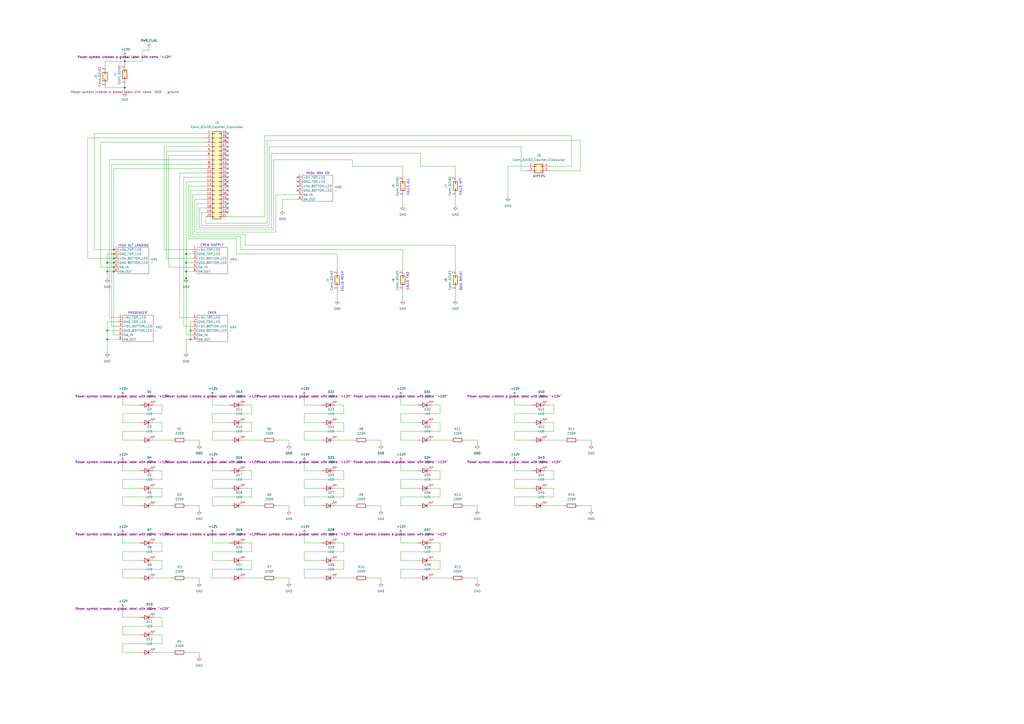
<source format=kicad_sch>
(kicad_sch (version 20250114) (generator "eeschema") (generator_version "9.0")
  (paper "A2")
  (text "MASK MAN ON" (at 184.404 100.584 0) (effects (font (size 1.27 1.27))))
  (text "PASSENGER\n" (at 79.756 181.61 0) (effects (font (size 1.27 1.27))))
  (text "CALLS AFT" (at 267.208 108.458 90) (effects (font (size 1.27 1.27))))
  (text "CALLS MECH" (at 198.628 163.322 90) (effects (font (size 1.27 1.27))))
  (text "CALLS FWD" (at 236.474 163.068 90) (effects (font (size 1.27 1.27))))
  (text "CREW SUPPLY" (at 122.936 142.24 0) (effects (font (size 1.27 1.27))))
  (text "HIGH ALT LANDING" (at 77.47 142.494 0) (effects (font (size 1.27 1.27))))
  (text "WIPERS" (at 312.674 102.362 0) (effects (font (size 1.27 1.27))))
  (text "CALLS ALL" (at 236.728 108.458 90) (effects (font (size 1.27 1.27))))
  (text "EMER" (at 122.936 181.61 0) (effects (font (size 1.27 1.27))))
  (text "RAIN RPLNT" (at 267.462 163.068 90) (effects (font (size 1.27 1.27))))
  (junction (at 66.04 149.86))
  (junction (at 72.39 50.8))
  (junction (at 110.49 191.77))
  (junction (at 107.95 161.29))
  (junction (at 66.04 157.48))
  (junction (at 66.04 152.4))
  (junction (at 107.95 152.4))
  (junction (at 62.23 157.48))
  (junction (at 62.23 191.77))
  (junction (at 66.04 144.78))
  (junction (at 62.23 152.4))
  (junction (at 66.04 147.32))
  (junction (at 72.39 35.56))
  (junction (at 107.95 157.48))
  (junction (at 110.49 196.85))
  (junction (at 66.04 154.94))
  (junction (at 107.95 147.32))
  (junction (at 62.23 196.85))
  (no_connect (at 132.08 105.41))
  (no_connect (at 132.08 90.17))
  (no_connect (at 132.08 123.19))
  (no_connect (at 132.08 87.63))
  (no_connect (at 132.08 80.01))
  (no_connect (at 132.08 85.09))
  (no_connect (at 172.72 107.95))
  (no_connect (at 132.08 100.33))
  (no_connect (at 132.08 120.65))
  (no_connect (at 172.72 110.49))
  (no_connect (at 132.08 115.57))
  (no_connect (at 132.08 107.95))
  (no_connect (at 132.08 110.49))
  (no_connect (at 132.08 95.25))
  (no_connect (at 132.08 102.87))
  (no_connect (at 132.08 82.55))
  (no_connect (at 132.08 97.79))
  (no_connect (at 132.08 92.71))
  (no_connect (at 172.72 105.41))
  (no_connect (at 132.08 77.47))
  (no_connect (at 132.08 118.11))
  (no_connect (at 172.72 102.87))
  (no_connect (at 132.08 113.03))
  (wire (pts (xy 232.41 283.21) (xy 232.41 278.13)))
  (wire (pts (xy 88.9 255.27) (xy 100.33 255.27)))
  (wire (pts (xy 115.57 132.08) (xy 157.48 132.08)))
  (wire (pts (xy 233.68 144.78) (xy 139.7 144.78)))
  (wire (pts (xy 186.69 293.37) (xy 176.53 293.37)))
  (wire (pts (xy 93.98 314.96) (xy 88.9 314.96)))
  (wire (pts (xy 243.84 88.9) (xy 243.84 96.52)))
  (wire (pts (xy 115.57 120.65) (xy 115.57 132.08)))
  (wire (pts (xy 146.05 240.03) (xy 146.05 234.95)))
  (wire (pts (xy 71.12 353.06) (xy 71.12 358.14)))
  (wire (pts (xy 153.67 78.74) (xy 331.47 78.74)))
  (wire (pts (xy 232.41 314.96) (xy 242.57 314.96)))
  (wire (pts (xy 119.38 120.65) (xy 115.57 120.65)))
  (wire (pts (xy 110.49 191.77) (xy 111.76 191.77)))
  (wire (pts (xy 107.95 255.27) (xy 115.57 255.27)))
  (wire (pts (xy 123.19 255.27) (xy 123.19 250.19)))
  (wire (pts (xy 298.45 283.21) (xy 298.45 278.13)))
  (wire (pts (xy 318.77 96.52) (xy 331.47 96.52)))
  (wire (pts (xy 269.24 293.37) (xy 276.86 293.37)))
  (wire (pts (xy 139.7 137.16) (xy 110.49 137.16)))
  (wire (pts (xy 107.95 335.28) (xy 115.57 335.28)))
  (wire (pts (xy 106.68 189.23) (xy 106.68 102.87)))
  (wire (pts (xy 66.04 144.78) (xy 66.04 97.79)))
  (wire (pts (xy 176.53 325.12) (xy 176.53 320.04)))
  (wire (pts (xy 81.28 378.46) (xy 71.12 378.46)))
  (wire (pts (xy 111.76 135.89) (xy 111.76 113.03)))
  (wire (pts (xy 298.45 250.19) (xy 321.31 250.19)))
  (wire (pts (xy 298.45 234.95) (xy 308.61 234.95)))
  (wire (pts (xy 50.8 80.01) (xy 119.38 80.01)))
  (wire (pts (xy 308.61 255.27) (xy 298.45 255.27)))
  (wire (pts (xy 123.19 320.04) (xy 146.05 320.04)))
  (wire (pts (xy 95.25 144.78) (xy 95.25 85.09)))
  (wire (pts (xy 298.45 240.03) (xy 321.31 240.03)))
  (wire (pts (xy 107.95 105.41) (xy 119.38 105.41)))
  (wire (pts (xy 331.47 78.74) (xy 331.47 96.52)))
  (wire (pts (xy 255.27 330.2) (xy 255.27 325.12)))
  (wire (pts (xy 195.58 147.32) (xy 195.58 156.21)))
  (wire (pts (xy 62.23 152.4) (xy 62.23 147.32)))
  (wire (pts (xy 60.96 38.1) (xy 60.96 35.56)))
  (wire (pts (xy 294.64 114.3) (xy 294.64 96.52)))
  (wire (pts (xy 255.27 288.29) (xy 255.27 283.21)))
  (wire (pts (xy 71.12 330.2) (xy 93.98 330.2)))
  (wire (pts (xy 199.39 245.11) (xy 194.31 245.11)))
  (wire (pts (xy 107.95 293.37) (xy 115.57 293.37)))
  (wire (pts (xy 68.58 184.15) (xy 63.5 184.15)))
  (wire (pts (xy 82.55 29.21) (xy 86.36 29.21)))
  (wire (pts (xy 93.98 368.3) (xy 88.9 368.3)))
  (wire (pts (xy 115.57 335.28) (xy 115.57 337.82)))
  (wire (pts (xy 199.39 240.03) (xy 199.39 234.95)))
  (wire (pts (xy 176.53 283.21) (xy 176.53 278.13)))
  (wire (pts (xy 60.96 50.8) (xy 72.39 50.8)))
  (wire (pts (xy 123.19 288.29) (xy 146.05 288.29)))
  (wire (pts (xy 66.04 154.94) (xy 58.42 154.94)))
  (wire (pts (xy 298.45 255.27) (xy 298.45 250.19)))
  (wire (pts (xy 154.94 81.28) (xy 336.55 81.28)))
  (wire (pts (xy 58.42 82.55) (xy 119.38 82.55)))
  (wire (pts (xy 68.58 189.23) (xy 64.77 189.23)))
  (wire (pts (xy 302.26 99.06) (xy 306.07 99.06)))
  (wire (pts (xy 119.38 129.54) (xy 154.94 129.54)))
  (wire (pts (xy 342.9 255.27) (xy 342.9 257.81)))
  (wire (pts (xy 111.76 154.94) (xy 97.79 154.94)))
  (wire (pts (xy 137.16 138.43) (xy 137.16 147.32)))
  (wire (pts (xy 167.64 255.27) (xy 167.64 257.81)))
  (wire (pts (xy 111.76 194.31) (xy 107.95 194.31)))
  (wire (pts (xy 264.16 142.24) (xy 142.24 142.24)))
  (wire (pts (xy 194.31 293.37) (xy 205.74 293.37)))
  (wire (pts (xy 204.47 92.71) (xy 204.47 96.52)))
  (wire (pts (xy 71.12 368.3) (xy 71.12 363.22)))
  (wire (pts (xy 233.68 168.91) (xy 233.68 173.99)))
  (wire (pts (xy 321.31 245.11) (xy 316.23 245.11)))
  (wire (pts (xy 213.36 293.37) (xy 220.98 293.37)))
  (wire (pts (xy 146.05 325.12) (xy 140.97 325.12)))
  (wire (pts (xy 157.48 132.08) (xy 157.48 88.9)))
  (wire (pts (xy 62.23 157.48) (xy 66.04 157.48)))
  (wire (pts (xy 111.76 149.86) (xy 96.52 149.86)))
  (wire (pts (xy 298.45 278.13) (xy 321.31 278.13)))
  (wire (pts (xy 176.53 229.87) (xy 176.53 234.95)))
  (wire (pts (xy 110.49 137.16) (xy 110.49 110.49)))
  (wire (pts (xy 255.27 278.13) (xy 255.27 273.05)))
  (wire (pts (xy 242.57 325.12) (xy 232.41 325.12)))
  (wire (pts (xy 110.49 191.77) (xy 110.49 186.69)))
  (wire (pts (xy 123.19 229.87) (xy 123.19 234.95)))
  (wire (pts (xy 66.04 147.32) (xy 66.04 144.78)))
  (wire (pts (xy 71.12 378.46) (xy 71.12 373.38)))
  (wire (pts (xy 146.05 245.11) (xy 140.97 245.11)))
  (wire (pts (xy 146.05 278.13) (xy 146.05 273.05)))
  (wire (pts (xy 132.08 125.73) (xy 153.67 125.73)))
  (wire (pts (xy 302.26 85.09) (xy 302.26 99.06)))
  (wire (pts (xy 109.22 138.43) (xy 137.16 138.43)))
  (wire (pts (xy 86.36 29.21) (xy 86.36 27.94)))
  (wire (pts (xy 160.02 113.03) (xy 172.72 113.03)))
  (wire (pts (xy 250.19 293.37) (xy 261.62 293.37)))
  (wire (pts (xy 133.35 283.21) (xy 123.19 283.21)))
  (wire (pts (xy 176.53 293.37) (xy 176.53 288.29)))
  (wire (pts (xy 62.23 191.77) (xy 68.58 191.77)))
  (wire (pts (xy 176.53 250.19) (xy 199.39 250.19)))
  (wire (pts (xy 186.69 245.11) (xy 176.53 245.11)))
  (wire (pts (xy 93.98 363.22) (xy 93.98 358.14)))
  (wire (pts (xy 321.31 234.95) (xy 316.23 234.95)))
  (wire (pts (xy 66.04 152.4) (xy 66.04 149.86)))
  (wire (pts (xy 111.76 144.78) (xy 95.25 144.78)))
  (wire (pts (xy 123.19 245.11) (xy 123.19 240.03)))
  (wire (pts (xy 242.57 255.27) (xy 232.41 255.27)))
  (wire (pts (xy 308.61 283.21) (xy 298.45 283.21)))
  (wire (pts (xy 160.02 134.62) (xy 160.02 113.03)))
  (wire (pts (xy 119.38 118.11) (xy 114.3 118.11)))
  (wire (pts (xy 71.12 293.37) (xy 71.12 288.29)))
  (wire (pts (xy 107.95 105.41) (xy 107.95 147.32)))
  (wire (pts (xy 115.57 378.46) (xy 115.57 381)))
  (wire (pts (xy 123.19 234.95) (xy 133.35 234.95)))
  (wire (pts (xy 232.41 240.03) (xy 255.27 240.03)))
  (wire (pts (xy 335.28 255.27) (xy 342.9 255.27)))
  (wire (pts (xy 176.53 234.95) (xy 186.69 234.95)))
  (wire (pts (xy 232.41 273.05) (xy 242.57 273.05)))
  (wire (pts (xy 97.79 90.17) (xy 119.38 90.17)))
  (wire (pts (xy 119.38 107.95) (xy 109.22 107.95)))
  (wire (pts (xy 176.53 255.27) (xy 176.53 250.19)))
  (wire (pts (xy 97.79 154.94) (xy 97.79 90.17)))
  (wire (pts (xy 153.67 125.73) (xy 153.67 78.74)))
  (wire (pts (xy 298.45 288.29) (xy 321.31 288.29)))
  (wire (pts (xy 62.23 196.85) (xy 62.23 191.77)))
  (wire (pts (xy 242.57 335.28) (xy 232.41 335.28)))
  (wire (pts (xy 160.02 293.37) (xy 167.64 293.37)))
  (wire (pts (xy 81.28 245.11) (xy 71.12 245.11)))
  (wire (pts (xy 335.28 293.37) (xy 342.9 293.37)))
  (wire (pts (xy 93.98 234.95) (xy 88.9 234.95)))
  (wire (pts (xy 232.41 234.95) (xy 242.57 234.95)))
  (wire (pts (xy 176.53 273.05) (xy 186.69 273.05)))
  (wire (pts (xy 81.28 283.21) (xy 71.12 283.21)))
  (wire (pts (xy 154.94 81.28) (xy 154.94 129.54)))
  (wire (pts (xy 133.35 255.27) (xy 123.19 255.27)))
  (wire (pts (xy 71.12 314.96) (xy 81.28 314.96)))
  (wire (pts (xy 264.16 168.91) (xy 264.16 173.99)))
  (wire (pts (xy 119.38 125.73) (xy 119.38 129.54)))
  (wire (pts (xy 123.19 330.2) (xy 146.05 330.2)))
  (wire (pts (xy 242.57 245.11) (xy 232.41 245.11)))
  (wire (pts (xy 66.04 149.86) (xy 66.04 147.32)))
  (wire (pts (xy 110.49 196.85) (xy 111.76 196.85)))
  (wire (pts (xy 250.19 335.28) (xy 261.62 335.28)))
  (wire (pts (xy 186.69 335.28) (xy 176.53 335.28)))
  (wire (pts (xy 71.12 245.11) (xy 71.12 240.03)))
  (wire (pts (xy 93.98 273.05) (xy 88.9 273.05)))
  (wire (pts (xy 71.12 234.95) (xy 81.28 234.95)))
  (wire (pts (xy 186.69 255.27) (xy 176.53 255.27)))
  (wire (pts (xy 264.16 101.6) (xy 264.16 96.52)))
  (wire (pts (xy 71.12 320.04) (xy 93.98 320.04)))
  (wire (pts (xy 316.23 293.37) (xy 327.66 293.37)))
  (wire (pts (xy 294.64 96.52) (xy 306.07 96.52)))
  (wire (pts (xy 123.19 335.28) (xy 123.19 330.2)))
  (wire (pts (xy 318.77 99.06) (xy 336.55 99.06)))
  (wire (pts (xy 321.31 250.19) (xy 321.31 245.11)))
  (wire (pts (xy 163.83 115.57) (xy 163.83 121.92)))
  (wire (pts (xy 106.68 102.87) (xy 119.38 102.87)))
  (wire (pts (xy 111.76 113.03) (xy 119.38 113.03)))
  (wire (pts (xy 68.58 194.31) (xy 66.04 194.31)))
  (wire (pts (xy 176.53 309.88) (xy 176.53 314.96)))
  (wire (pts (xy 114.3 118.11) (xy 114.3 133.35)))
  (wire (pts (xy 133.35 293.37) (xy 123.19 293.37)))
  (wire (pts (xy 176.53 245.11) (xy 176.53 240.03)))
  (wire (pts (xy 93.98 288.29) (xy 93.98 283.21)))
  (wire (pts (xy 133.35 245.11) (xy 123.19 245.11)))
  (wire (pts (xy 71.12 240.03) (xy 93.98 240.03)))
  (wire (pts (xy 146.05 273.05) (xy 140.97 273.05)))
  (wire (pts (xy 71.12 255.27) (xy 71.12 250.19)))
  (wire (pts (xy 71.12 358.14) (xy 81.28 358.14)))
  (wire (pts (xy 66.04 149.86) (xy 50.8 149.86)))
  (wire (pts (xy 199.39 283.21) (xy 194.31 283.21)))
  (wire (pts (xy 298.45 229.87) (xy 298.45 234.95)))
  (wire (pts (xy 233.68 96.52) (xy 204.47 96.52)))
  (wire (pts (xy 157.48 88.9) (xy 243.84 88.9)))
  (wire (pts (xy 142.24 135.89) (xy 111.76 135.89)))
  (wire (pts (xy 176.53 278.13) (xy 199.39 278.13)))
  (wire (pts (xy 62.23 161.29) (xy 62.23 157.48)))
  (wire (pts (xy 232.41 278.13) (xy 255.27 278.13)))
  (wire (pts (xy 194.31 255.27) (xy 205.74 255.27)))
  (wire (pts (xy 276.86 293.37) (xy 276.86 295.91)))
  (wire (pts (xy 116.84 123.19) (xy 116.84 130.81)))
  (wire (pts (xy 176.53 240.03) (xy 199.39 240.03)))
  (wire (pts (xy 176.53 267.97) (xy 176.53 273.05)))
  (wire (pts (xy 232.41 335.28) (xy 232.41 330.2)))
  (wire (pts (xy 72.39 49.53) (xy 72.39 50.8)))
  (wire (pts (xy 62.23 191.77) (xy 62.23 186.69)))
  (wire (pts (xy 81.28 255.27) (xy 71.12 255.27)))
  (wire (pts (xy 255.27 245.11) (xy 250.19 245.11)))
  (wire (pts (xy 107.95 157.48) (xy 107.95 152.4)))
  (wire (pts (xy 160.02 255.27) (xy 167.64 255.27)))
  (wire (pts (xy 64.77 95.25) (xy 119.38 95.25)))
  (wire (pts (xy 107.95 157.48) (xy 111.76 157.48)))
  (wire (pts (xy 63.5 92.71) (xy 119.38 92.71)))
  (wire (pts (xy 96.52 149.86) (xy 96.52 87.63)))
  (wire (pts (xy 232.41 330.2) (xy 255.27 330.2)))
  (wire (pts (xy 233.68 114.3) (xy 233.68 119.38)))
  (wire (pts (xy 110.49 196.85) (xy 110.49 191.77)))
  (wire (pts (xy 195.58 147.32) (xy 137.16 147.32)))
  (wire (pts (xy 119.38 115.57) (xy 113.03 115.57)))
  (wire (pts (xy 140.97 335.28) (xy 152.4 335.28)))
  (wire (pts (xy 199.39 314.96) (xy 194.31 314.96)))
  (wire (pts (xy 316.23 255.27) (xy 327.66 255.27)))
  (wire (pts (xy 176.53 335.28) (xy 176.53 330.2)))
  (wire (pts (xy 250.19 255.27) (xy 261.62 255.27)))
  (wire (pts (xy 123.19 240.03) (xy 146.05 240.03)))
  (wire (pts (xy 321.31 278.13) (xy 321.31 273.05)))
  (wire (pts (xy 66.04 194.31) (xy 66.04 157.48)))
  (wire (pts (xy 146.05 250.19) (xy 146.05 245.11)))
  (wire (pts (xy 176.53 288.29) (xy 199.39 288.29)))
  (wire (pts (xy 82.55 35.56) (xy 82.55 29.21)))
  (wire (pts (xy 123.19 273.05) (xy 133.35 273.05)))
  (wire (pts (xy 66.04 144.78) (xy 54.61 144.78)))
  (wire (pts (xy 93.98 320.04) (xy 93.98 314.96)))
  (wire (pts (xy 88.9 378.46) (xy 100.33 378.46)))
  (wire (pts (xy 81.28 368.3) (xy 71.12 368.3)))
  (wire (pts (xy 321.31 240.03) (xy 321.31 234.95)))
  (wire (pts (xy 255.27 273.05) (xy 250.19 273.05)))
  (wire (pts (xy 298.45 273.05) (xy 308.61 273.05)))
  (wire (pts (xy 167.64 293.37) (xy 167.64 295.91)))
  (wire (pts (xy 133.35 325.12) (xy 123.19 325.12)))
  (wire (pts (xy 62.23 196.85) (xy 68.58 196.85)))
  (wire (pts (xy 123.19 283.21) (xy 123.19 278.13)))
  (wire (pts (xy 93.98 283.21) (xy 88.9 283.21)))
  (wire (pts (xy 186.69 283.21) (xy 176.53 283.21)))
  (wire (pts (xy 114.3 133.35) (xy 158.75 133.35)))
  (wire (pts (xy 264.16 142.24) (xy 264.16 156.21)))
  (wire (pts (xy 195.58 168.91) (xy 195.58 173.99)))
  (wire (pts (xy 194.31 335.28) (xy 205.74 335.28)))
  (wire (pts (xy 232.41 293.37) (xy 232.41 288.29)))
  (wire (pts (xy 233.68 156.21) (xy 233.68 144.78)))
  (wire (pts (xy 264.16 114.3) (xy 264.16 119.38)))
  (wire (pts (xy 167.64 335.28) (xy 167.64 337.82)))
  (wire (pts (xy 93.98 325.12) (xy 88.9 325.12)))
  (wire (pts (xy 158.75 133.35) (xy 158.75 92.71)))
  (wire (pts (xy 276.86 255.27) (xy 276.86 257.81)))
  (wire (pts (xy 298.45 293.37) (xy 298.45 288.29)))
  (wire (pts (xy 142.24 135.89) (xy 142.24 142.24)))
  (wire (pts (xy 186.69 325.12) (xy 176.53 325.12)))
  (wire (pts (xy 123.19 325.12) (xy 123.19 320.04)))
  (wire (pts (xy 104.14 184.15) (xy 104.14 100.33)))
  (wire (pts (xy 113.03 115.57) (xy 113.03 134.62)))
  (wire (pts (xy 213.36 255.27) (xy 220.98 255.27)))
  (wire (pts (xy 95.25 85.09) (xy 119.38 85.09)))
  (wire (pts (xy 81.28 325.12) (xy 71.12 325.12)))
  (wire (pts (xy 146.05 314.96) (xy 140.97 314.96)))
  (wire (pts (xy 115.57 255.27) (xy 115.57 257.81)))
  (wire (pts (xy 158.75 92.71) (xy 204.47 92.71)))
  (wire (pts (xy 107.95 161.29) (xy 107.95 194.31)))
  (wire (pts (xy 199.39 273.05) (xy 194.31 273.05)))
  (wire (pts (xy 72.39 50.8) (xy 72.39 53.34)))
  (wire (pts (xy 107.95 196.85) (xy 110.49 196.85)))
  (wire (pts (xy 110.49 110.49) (xy 119.38 110.49)))
  (wire (pts (xy 96.52 87.63) (xy 119.38 87.63)))
  (wire (pts (xy 233.68 101.6) (xy 233.68 96.52)))
  (wire (pts (xy 93.98 240.03) (xy 93.98 234.95)))
  (wire (pts (xy 62.23 186.69) (xy 68.58 186.69)))
  (wire (pts (xy 163.83 115.57) (xy 172.72 115.57)))
  (wire (pts (xy 62.23 152.4) (xy 66.04 152.4)))
  (wire (pts (xy 321.31 273.05) (xy 316.23 273.05)))
  (wire (pts (xy 123.19 314.96) (xy 133.35 314.96)))
  (wire (pts (xy 93.98 245.11) (xy 88.9 245.11)))
  (wire (pts (xy 107.95 147.32) (xy 111.76 147.32)))
  (wire (pts (xy 232.41 320.04) (xy 255.27 320.04)))
  (wire (pts (xy 71.12 335.28) (xy 71.12 330.2)))
  (wire (pts (xy 104.14 100.33) (xy 119.38 100.33)))
  (wire (pts (xy 88.9 293.37) (xy 100.33 293.37)))
  (wire (pts (xy 81.28 335.28) (xy 71.12 335.28)))
  (wire (pts (xy 119.38 123.19) (xy 116.84 123.19)))
  (wire (pts (xy 81.28 293.37) (xy 71.12 293.37)))
  (wire (pts (xy 242.57 293.37) (xy 232.41 293.37)))
  (wire (pts (xy 71.12 273.05) (xy 81.28 273.05)))
  (wire (pts (xy 60.96 35.56) (xy 72.39 35.56)))
  (wire (pts (xy 321.31 283.21) (xy 316.23 283.21)))
  (wire (pts (xy 232.41 288.29) (xy 255.27 288.29)))
  (wire (pts (xy 160.02 335.28) (xy 167.64 335.28)))
  (wire (pts (xy 66.04 157.48) (xy 66.04 154.94)))
  (wire (pts (xy 199.39 250.19) (xy 199.39 245.11)))
  (wire (pts (xy 276.86 335.28) (xy 276.86 337.82)))
  (wire (pts (xy 66.04 97.79) (xy 119.38 97.79)))
  (wire (pts (xy 123.19 250.19) (xy 146.05 250.19)))
  (wire (pts (xy 88.9 335.28) (xy 100.33 335.28)))
  (wire (pts (xy 255.27 234.95) (xy 250.19 234.95)))
  (wire (pts (xy 255.27 250.19) (xy 255.27 245.11)))
  (wire (pts (xy 123.19 309.88) (xy 123.19 314.96)))
  (wire (pts (xy 308.61 293.37) (xy 298.45 293.37)))
  (wire (pts (xy 93.98 373.38) (xy 93.98 368.3)))
  (wire (pts (xy 50.8 149.86) (xy 50.8 80.01)))
  (wire (pts (xy 269.24 255.27) (xy 276.86 255.27)))
  (wire (pts (xy 298.45 267.97) (xy 298.45 273.05)))
  (wire (pts (xy 336.55 81.28) (xy 336.55 99.06)))
  (wire (pts (xy 199.39 320.04) (xy 199.39 314.96)))
  (wire (pts (xy 58.42 154.94) (xy 58.42 82.55)))
  (wire (pts (xy 111.76 189.23) (xy 106.68 189.23)))
  (wire (pts (xy 146.05 283.21) (xy 140.97 283.21)))
  (wire (pts (xy 269.24 335.28) (xy 276.86 335.28)))
  (wire (pts (xy 71.12 229.87) (xy 71.12 234.95)))
  (wire (pts (xy 308.61 245.11) (xy 298.45 245.11)))
  (wire (pts (xy 199.39 288.29) (xy 199.39 283.21)))
  (wire (pts (xy 176.53 320.04) (xy 199.39 320.04)))
  (wire (pts (xy 199.39 325.12) (xy 194.31 325.12)))
  (wire (pts (xy 146.05 330.2) (xy 146.05 325.12)))
  (wire (pts (xy 232.41 250.19) (xy 255.27 250.19)))
  (wire (pts (xy 72.39 35.56) (xy 72.39 36.83)))
  (wire (pts (xy 220.98 293.37) (xy 220.98 295.91)))
  (wire (pts (xy 107.95 204.47) (xy 107.95 196.85)))
  (wire (pts (xy 54.61 77.47) (xy 119.38 77.47)))
  (wire (pts (xy 123.19 293.37) (xy 123.19 288.29)))
  (wire (pts (xy 139.7 137.16) (xy 139.7 144.78)))
  (wire (pts (xy 71.12 250.19) (xy 93.98 250.19)))
  (wire (pts (xy 146.05 234.95) (xy 140.97 234.95)))
  (wire (pts (xy 298.45 245.11) (xy 298.45 240.03)))
  (wire (pts (xy 264.16 96.52) (xy 243.84 96.52)))
  (wire (pts (xy 72.39 35.56) (xy 82.55 35.56)))
  (wire (pts (xy 242.57 283.21) (xy 232.41 283.21)))
  (wire (pts (xy 71.12 363.22) (xy 93.98 363.22)))
  (wire (pts (xy 71.12 288.29) (xy 93.98 288.29)))
  (wire (pts (xy 232.41 325.12) (xy 232.41 320.04)))
  (wire (pts (xy 321.31 288.29) (xy 321.31 283.21)))
  (wire (pts (xy 107.95 157.48) (xy 107.95 161.29)))
  (wire (pts (xy 111.76 184.15) (xy 104.14 184.15)))
  (wire (pts (xy 62.23 147.32) (xy 66.04 147.32)))
  (wire (pts (xy 113.03 134.62) (xy 160.02 134.62)))
  (wire (pts (xy 123.19 278.13) (xy 146.05 278.13)))
  (wire (pts (xy 62.23 157.48) (xy 62.23 152.4)))
  (wire (pts (xy 199.39 278.13) (xy 199.39 273.05)))
  (wire (pts (xy 93.98 250.19) (xy 93.98 245.11)))
  (wire (pts (xy 110.49 186.69) (xy 111.76 186.69)))
  (wire (pts (xy 133.35 335.28) (xy 123.19 335.28)))
  (wire (pts (xy 255.27 320.04) (xy 255.27 314.96)))
  (wire (pts (xy 176.53 314.96) (xy 186.69 314.96)))
  (wire (pts (xy 64.77 189.23) (xy 64.77 95.25)))
  (wire (pts (xy 232.41 229.87) (xy 232.41 234.95)))
  (wire (pts (xy 107.95 147.32) (xy 107.95 152.4)))
  (wire (pts (xy 116.84 130.81) (xy 156.21 130.81)))
  (wire (pts (xy 342.9 293.37) (xy 342.9 295.91)))
  (wire (pts (xy 71.12 309.88) (xy 71.12 314.96)))
  (wire (pts (xy 232.41 255.27) (xy 232.41 250.19)))
  (wire (pts (xy 109.22 107.95) (xy 109.22 138.43)))
  (wire (pts (xy 232.41 267.97) (xy 232.41 273.05)))
  (wire (pts (xy 63.5 184.15) (xy 63.5 92.71)))
  (wire (pts (xy 156.21 85.09) (xy 302.26 85.09)))
  (wire (pts (xy 232.41 245.11) (xy 232.41 240.03)))
  (wire (pts (xy 62.23 204.47) (xy 62.23 196.85)))
  (wire (pts (xy 176.53 330.2) (xy 199.39 330.2)))
  (wire (pts (xy 220.98 335.28) (xy 220.98 337.82)))
  (wire (pts (xy 71.12 283.21) (xy 71.12 278.13)))
  (wire (pts (xy 123.19 267.97) (xy 123.19 273.05)))
  (wire (pts (xy 107.95 378.46) (xy 115.57 378.46)))
  (wire (pts (xy 255.27 314.96) (xy 250.19 314.96)))
  (wire (pts (xy 146.05 320.04) (xy 146.05 314.96)))
  (wire (pts (xy 93.98 330.2) (xy 93.98 325.12)))
  (wire (pts (xy 140.97 293.37) (xy 152.4 293.37)))
  (wire (pts (xy 213.36 335.28) (xy 220.98 335.28)))
  (wire (pts (xy 156.21 130.81) (xy 156.21 85.09)))
  (wire (pts (xy 93.98 278.13) (xy 93.98 273.05)))
  (wire (pts (xy 115.57 293.37) (xy 115.57 295.91)))
  (wire (pts (xy 146.05 288.29) (xy 146.05 283.21)))
  (wire (pts (xy 72.39 33.02) (xy 72.39 35.56)))
  (wire (pts (xy 199.39 330.2) (xy 199.39 325.12)))
  (wire (pts (xy 107.95 152.4) (xy 111.76 152.4)))
  (wire (pts (xy 71.12 278.13) (xy 93.98 278.13)))
  (wire (pts (xy 54.61 144.78) (xy 54.61 77.47)))
  (wire (pts (xy 199.39 234.95) (xy 194.31 234.95)))
  (wire (pts (xy 232.41 309.88) (xy 232.41 314.96)))
  (wire (pts (xy 93.98 358.14) (xy 88.9 358.14)))
  (wire (pts (xy 220.98 255.27) (xy 220.98 257.81)))
  (wire (pts (xy 255.27 325.12) (xy 250.19 325.12)))
  (wire (pts (xy 71.12 373.38) (xy 93.98 373.38)))
  (wire (pts (xy 71.12 325.12) (xy 71.12 320.04)))
  (wire (pts (xy 71.12 267.97) (xy 71.12 273.05)))
  (wire (pts (xy 66.04 154.94) (xy 66.04 152.4)))
  (wire (pts (xy 140.97 255.27) (xy 152.4 255.27)))
  (wire (pts (xy 255.27 240.03) (xy 255.27 234.95)))
  (wire (pts (xy 255.27 283.21) (xy 250.19 283.21)))
  (symbol (lib_id "Connector_Generic:Conn_02x01") (at 72.39 44.45 90) (unit 1)
    (property "Reference" "J1" (at 66.8782 43.18 0))
    (property "Value" "Conn_02x01" (at 69.1896 43.18 0))
    (property "Footprint" "TerminalBlock:TerminalBlock_bornier-2_P5.08mm" (effects (hide yes)))
    (property "Description" "Generic connector, double row, 02x01, this symbol is compatible with counter-clockwise, top-bottom and odd-even numbering schemes., script generated (kicad-library-utils/schlib/autogen/connector/)" (effects (hide yes)))
  )
  (symbol (lib_id "power:GND") (at 72.39 53.34 0) (unit 1)
    (property "Reference" "#PWR08" (effects (hide yes)))
    (property "Value" "GND" (at 72.517 57.7342 0))
    (property "Description" "Power symbol creates a global label with name \"GND\" , ground" (at 72.39 53.34 0))
  )
  (symbol (lib_id "power:+12V") (at 72.39 33.02 0) (unit 1)
    (property "Reference" "#PWR07" (effects (hide yes)))
    (property "Value" "+12V" (at 72.771 28.6258 0))
    (property "Description" "Power symbol creates a global label with name \"+12V\"" (at 72.39 33.02 0))
  )
  (symbol (lib_id "power:PWR_FLAG") (at 86.36 27.94 0) (unit 1)
    (property "Reference" "#FLG01" (effects (hide yes)))
    (property "Value" "PWR_FLAG" (at 86.36 23.5458 0))
  )
  (symbol (lib_id "power:+12V") (at 232.41 309.88 0) (unit 1)
    (property "Reference" "#PWR031" (effects (hide yes)))
    (property "Value" "+12V" (at 232.791 305.4858 0))
    (property "Description" "Power symbol creates a global label with name \"+12V\"" (at 232.41 309.88 0))
  )
  (symbol (lib_id "Device:R") (at 209.55 335.28 90) (unit 1)
    (property "Reference" "R10" (at 209.55 328.93 90))
    (property "Value" "220R" (at 209.55 331.47 90))
    (property "Footprint" "Resistor_SMD:R_1206_3216Metric_Pad1.30x1.75mm_HandSolder" (effects (hide yes)))
    (property "Description" "Resistor" (effects (hide yes)))
  )
  (symbol (lib_id "power:+12V") (at 123.19 229.87 0) (unit 1)
    (property "Reference" "#PWR015" (effects (hide yes)))
    (property "Value" "+12V" (at 123.571 225.4758 0))
    (property "Description" "Power symbol creates a global label with name \"+12V\"" (at 123.19 229.87 0))
  )
  (symbol (lib_id "Device:LED") (at 137.16 325.12 180) (unit 1)
    (property "Reference" "D20" (at 138.7475 317.5 0))
    (property "Value" "LED" (at 138.7475 320.04 0))
    (property "Footprint" "OpenA3XX:LED_Everlight-SMD3528_3.5x2.8mm_67-21ST" (effects (hide yes)))
    (property "Description" "Light emitting diode" (effects (hide yes)))
    (property "Sim.Pins" "1=K 2=A" (effects (hide yes)))
  )
  (symbol (lib_id "Device:R") (at 104.14 378.46 90) (unit 1)
    (property "Reference" "R4" (at 104.14 372.11 90))
    (property "Value" "220R" (at 104.14 374.65 90))
    (property "Footprint" "Resistor_SMD:R_1206_3216Metric_Pad1.30x1.75mm_HandSolder" (effects (hide yes)))
    (property "Description" "Resistor" (effects (hide yes)))
  )
  (symbol (lib_id "Device:LED") (at 85.09 283.21 180) (unit 1)
    (property "Reference" "D5" (at 86.6775 275.59 0))
    (property "Value" "LED" (at 86.6775 278.13 0))
    (property "Footprint" "OpenA3XX:LED_Everlight-SMD3528_3.5x2.8mm_67-21ST" (effects (hide yes)))
    (property "Description" "Light emitting diode" (effects (hide yes)))
    (property "Sim.Pins" "1=K 2=A" (effects (hide yes)))
  )
  (symbol (lib_id "Device:LED") (at 246.38 255.27 180) (unit 1)
    (property "Reference" "D33" (at 247.9675 247.65 0))
    (property "Value" "LED" (at 247.9675 250.19 0))
    (property "Footprint" "OpenA3XX:LED_Everlight-SMD3528_3.5x2.8mm_67-21ST" (effects (hide yes)))
    (property "Description" "Light emitting diode" (effects (hide yes)))
    (property "Sim.Pins" "1=K 2=A" (effects (hide yes)))
  )
  (symbol (lib_id "Device:LED") (at 85.09 293.37 180) (unit 1)
    (property "Reference" "D6" (at 86.6775 285.75 0))
    (property "Value" "LED" (at 86.6775 288.29 0))
    (property "Footprint" "OpenA3XX:LED_Everlight-SMD3528_3.5x2.8mm_67-21ST" (effects (hide yes)))
    (property "Description" "Light emitting diode" (effects (hide yes)))
    (property "Sim.Pins" "1=K 2=A" (effects (hide yes)))
  )
  (symbol (lib_id "Device:LED") (at 190.5 245.11 180) (unit 1)
    (property "Reference" "D23" (at 192.0875 237.49 0))
    (property "Value" "LED" (at 192.0875 240.03 0))
    (property "Footprint" "OpenA3XX:LED_Everlight-SMD3528_3.5x2.8mm_67-21ST" (effects (hide yes)))
    (property "Description" "Light emitting diode" (effects (hide yes)))
    (property "Sim.Pins" "1=K 2=A" (effects (hide yes)))
  )
  (symbol (lib_id "Device:R") (at 104.14 255.27 90) (unit 1)
    (property "Reference" "R1" (at 104.14 248.92 90))
    (property "Value" "220R" (at 104.14 251.46 90))
    (property "Footprint" "Resistor_SMD:R_1206_3216Metric_Pad1.30x1.75mm_HandSolder" (effects (hide yes)))
    (property "Description" "Resistor" (effects (hide yes)))
  )
  (symbol (lib_id "Device:LED") (at 246.38 245.11 180) (unit 1)
    (property "Reference" "D32" (at 247.9675 237.49 0))
    (property "Value" "LED" (at 247.9675 240.03 0))
    (property "Footprint" "OpenA3XX:LED_Everlight-SMD3528_3.5x2.8mm_67-21ST" (effects (hide yes)))
    (property "Description" "Light emitting diode" (effects (hide yes)))
    (property "Sim.Pins" "1=K 2=A" (effects (hide yes)))
  )
  (symbol (lib_id "power:GND") (at 342.9 295.91 0) (unit 1)
    (property "Reference" "#PWR044" (effects (hide yes)))
    (property "Value" "GND" (at 342.9 300.99 0))
    (property "Description" "Power symbol creates a global label with name \"GND\" , ground" (effects (hide yes)))
  )
  (symbol (lib_id "power:GND") (at 294.64 114.3 0) (unit 1)
    (property "Reference" "#PWR039" (effects (hide yes)))
    (property "Value" "GND" (at 294.64 119.38 0))
    (property "Description" "Power symbol creates a global label with name \"GND\" , ground" (effects (hide yes)))
  )
  (symbol (lib_id "Device:R") (at 265.43 293.37 90) (unit 1)
    (property "Reference" "R12" (at 265.43 287.02 90))
    (property "Value" "220R" (at 265.43 289.56 90))
    (property "Footprint" "Resistor_SMD:R_1206_3216Metric_Pad1.30x1.75mm_HandSolder" (effects (hide yes)))
    (property "Description" "Resistor" (effects (hide yes)))
  )
  (symbol (lib_id "Device:LED") (at 190.5 325.12 180) (unit 1)
    (property "Reference" "D29" (at 192.0875 317.5 0))
    (property "Value" "LED" (at 192.0875 320.04 0))
    (property "Footprint" "OpenA3XX:LED_Everlight-SMD3528_3.5x2.8mm_67-21ST" (effects (hide yes)))
    (property "Description" "Light emitting diode" (effects (hide yes)))
    (property "Sim.Pins" "1=K 2=A" (effects (hide yes)))
  )
  (symbol (lib_id "Connector_Generic:Conn_02x01") (at 264.16 163.83 90) (unit 1)
    (property "Reference" "J8" (at 258.6482 162.56 0))
    (property "Value" "Conn_02x01" (at 260.9596 162.56 0))
    (property "Footprint" "Connector_PinHeader_2.54mm:PinHeader_1x02_P2.54mm_Vertical" (effects (hide yes)))
    (property "Description" "Generic connector, double row, 02x01, this symbol is compatible with counter-clockwise, top-bottom and odd-even numbering schemes., script generated (kicad-library-utils/schlib/autogen/connector/)" (effects (hide yes)))
  )
  (symbol (lib_id "power:+12V") (at 232.41 229.87 0) (unit 1)
    (property "Reference" "#PWR029" (effects (hide yes)))
    (property "Value" "+12V" (at 232.791 225.4758 0))
    (property "Description" "Power symbol creates a global label with name \"+12V\"" (at 232.41 229.87 0))
  )
  (symbol (lib_id "KorrySwitch:Korry_Switch") (at 121.92 181.61 0) (unit 1)
    (property "Reference" "KR4" (at 133.35 189.8649 0) (effects (justify left)))
    (property "Value" "~" (at 133.35 191.77 0) (effects (justify left)))
    (property "Footprint" "OpenA3XX:Korry Switch" (effects (hide yes)))
  )
  (symbol (lib_id "Connector_Generic:Conn_02x02_Counter_Clockwise") (at 311.15 96.52 0) (unit 1)
    (property "Reference" "J9" (at 312.42 90.17 0))
    (property "Value" "Conn_02x02_Counter_Clockwise" (at 312.42 92.71 0))
    (property "Footprint" "Connector_PinHeader_2.54mm:PinHeader_1x04_P2.54mm_Vertical" (effects (hide yes)))
    (property "Description" "Generic connector, double row, 02x02, counter clockwise pin numbering scheme (similar to DIP package numbering), script generated (kicad-library-utils/schlib/autogen/connector/)" (effects (hide yes)))
  )
  (symbol (lib_id "power:GND") (at 220.98 295.91 0) (unit 1)
    (property "Reference" "#PWR027" (effects (hide yes)))
    (property "Value" "GND" (at 220.98 300.99 0))
    (property "Description" "Power symbol creates a global label with name \"GND\" , ground" (effects (hide yes)))
  )
  (symbol (lib_id "Device:LED") (at 85.09 325.12 180) (unit 1)
    (property "Reference" "D8" (at 86.6775 317.5 0))
    (property "Value" "LED" (at 86.6775 320.04 0))
    (property "Footprint" "OpenA3XX:LED_Everlight-SMD3528_3.5x2.8mm_67-21ST" (effects (hide yes)))
    (property "Description" "Light emitting diode" (effects (hide yes)))
    (property "Sim.Pins" "1=K 2=A" (effects (hide yes)))
  )
  (symbol (lib_id "power:+12V") (at 176.53 309.88 0) (unit 1)
    (property "Reference" "#PWR023" (effects (hide yes)))
    (property "Value" "+12V" (at 176.911 305.4858 0))
    (property "Description" "Power symbol creates a global label with name \"+12V\"" (at 176.53 309.88 0))
  )
  (symbol (lib_id "Device:LED") (at 312.42 293.37 180) (unit 1)
    (property "Reference" "D45" (at 314.0075 285.75 0))
    (property "Value" "LED" (at 314.0075 288.29 0))
    (property "Footprint" "OpenA3XX:LED_Everlight-SMD3528_3.5x2.8mm_67-21ST" (effects (hide yes)))
    (property "Description" "Light emitting diode" (effects (hide yes)))
    (property "Sim.Pins" "1=K 2=A" (effects (hide yes)))
  )
  (symbol (lib_id "Device:LED") (at 190.5 293.37 180) (unit 1)
    (property "Reference" "D27" (at 192.0875 285.75 0))
    (property "Value" "LED" (at 192.0875 288.29 0))
    (property "Footprint" "OpenA3XX:LED_Everlight-SMD3528_3.5x2.8mm_67-21ST" (effects (hide yes)))
    (property "Description" "Light emitting diode" (effects (hide yes)))
    (property "Sim.Pins" "1=K 2=A" (effects (hide yes)))
  )
  (symbol (lib_id "Device:LED") (at 190.5 255.27 180) (unit 1)
    (property "Reference" "D24" (at 192.0875 247.65 0))
    (property "Value" "LED" (at 192.0875 250.19 0))
    (property "Footprint" "OpenA3XX:LED_Everlight-SMD3528_3.5x2.8mm_67-21ST" (effects (hide yes)))
    (property "Description" "Light emitting diode" (effects (hide yes)))
    (property "Sim.Pins" "1=K 2=A" (effects (hide yes)))
  )
  (symbol (lib_id "Connector_Generic:Conn_02x01") (at 233.68 109.22 90) (unit 1)
    (property "Reference" "J5" (at 228.1682 107.95 0))
    (property "Value" "Conn_02x01" (at 230.4796 107.95 0))
    (property "Footprint" "Connector_PinHeader_2.54mm:PinHeader_1x02_P2.54mm_Vertical" (effects (hide yes)))
    (property "Description" "Generic connector, double row, 02x01, this symbol is compatible with counter-clockwise, top-bottom and odd-even numbering schemes., script generated (kicad-library-utils/schlib/autogen/connector/)" (effects (hide yes)))
  )
  (symbol (lib_id "power:+12V") (at 298.45 229.87 0) (unit 1)
    (property "Reference" "#PWR040" (effects (hide yes)))
    (property "Value" "+12V" (at 298.831 225.4758 0))
    (property "Description" "Power symbol creates a global label with name \"+12V\"" (at 298.45 229.87 0))
  )
  (symbol (lib_id "Device:LED") (at 137.16 234.95 180) (unit 1)
    (property "Reference" "D13" (at 138.7475 227.33 0))
    (property "Value" "LED" (at 138.7475 229.87 0))
    (property "Footprint" "OpenA3XX:LED_Everlight-SMD3528_3.5x2.8mm_67-21ST" (effects (hide yes)))
    (property "Description" "Light emitting diode" (effects (hide yes)))
    (property "Sim.Pins" "1=K 2=A" (effects (hide yes)))
  )
  (symbol (lib_id "power:GND") (at 115.57 295.91 0) (unit 1)
    (property "Reference" "#PWR012" (effects (hide yes)))
    (property "Value" "GND" (at 115.57 300.99 0))
    (property "Description" "Power symbol creates a global label with name \"GND\" , ground" (effects (hide yes)))
  )
  (symbol (lib_id "power:GND") (at 264.16 119.38 0) (unit 1)
    (property "Reference" "#PWR034" (effects (hide yes)))
    (property "Value" "GND" (at 264.16 124.46 0))
    (property "Description" "Power symbol creates a global label with name \"GND\" , ground" (effects (hide yes)))
  )
  (symbol (lib_id "power:GND") (at 264.16 173.99 0) (unit 1)
    (property "Reference" "#PWR035" (effects (hide yes)))
    (property "Value" "GND" (at 264.16 179.07 0))
    (property "Description" "Power symbol creates a global label with name \"GND\" , ground" (effects (hide yes)))
  )
  (symbol (lib_id "Device:R") (at 331.47 255.27 90) (unit 1)
    (property "Reference" "R14" (at 331.47 248.92 90))
    (property "Value" "220R" (at 331.47 251.46 90))
    (property "Footprint" "Resistor_SMD:R_1206_3216Metric_Pad1.30x1.75mm_HandSolder" (effects (hide yes)))
    (property "Description" "Resistor" (effects (hide yes)))
  )
  (symbol (lib_id "KorrySwitch:Korry_Switch") (at 182.88 100.33 0) (unit 1)
    (property "Reference" "KR5" (at 194.31 108.5849 0) (effects (justify left)))
    (property "Value" "~" (at 194.31 110.49 0) (effects (justify left)))
    (property "Footprint" "OpenA3XX:Korry Switch" (effects (hide yes)))
  )
  (symbol (lib_id "power:+12V") (at 298.45 267.97 0) (unit 1)
    (property "Reference" "#PWR041" (effects (hide yes)))
    (property "Value" "+12V" (at 298.831 263.5758 0))
    (property "Description" "Power symbol creates a global label with name \"+12V\"" (at 298.45 267.97 0))
  )
  (symbol (lib_id "Connector_Generic:Conn_02x01") (at 233.68 163.83 90) (unit 1)
    (property "Reference" "J6" (at 228.1682 162.56 0))
    (property "Value" "Conn_02x01" (at 230.4796 162.56 0))
    (property "Footprint" "Connector_PinHeader_2.54mm:PinHeader_1x02_P2.54mm_Vertical" (effects (hide yes)))
    (property "Description" "Generic connector, double row, 02x01, this symbol is compatible with counter-clockwise, top-bottom and odd-even numbering schemes., script generated (kicad-library-utils/schlib/autogen/connector/)" (effects (hide yes)))
  )
  (symbol (lib_id "power:GND") (at 163.83 121.92 0) (unit 1)
    (property "Reference" "#PWR024" (effects (hide yes)))
    (property "Value" "GND" (at 163.83 127 0))
    (property "Description" "Power symbol creates a global label with name \"GND\" , ground" (effects (hide yes)))
  )
  (symbol (lib_id "Connector_Generic:Conn_02x20_Counter_Clockwise") (at 124.46 100.33 0) (unit 1)
    (property "Reference" "J3" (at 125.73 71.12 0))
    (property "Value" "Conn_02x20_Counter_Clockwise" (at 125.73 73.66 0))
    (property "Footprint" "Connector_PinHeader_2.54mm:PinHeader_2x20_P2.54mm_Vertical" (effects (hide yes)))
    (property "Description" "Generic connector, double row, 02x20, counter clockwise pin numbering scheme (similar to DIP package numbering), script generated (kicad-library-utils/schlib/autogen/connector/)" (effects (hide yes)))
  )
  (symbol (lib_id "Device:LED") (at 190.5 273.05 180) (unit 1)
    (property "Reference" "D25" (at 192.0875 265.43 0))
    (property "Value" "LED" (at 192.0875 267.97 0))
    (property "Footprint" "OpenA3XX:LED_Everlight-SMD3528_3.5x2.8mm_67-21ST" (effects (hide yes)))
    (property "Description" "Light emitting diode" (effects (hide yes)))
    (property "Sim.Pins" "1=K 2=A" (effects (hide yes)))
  )
  (symbol (lib_id "Device:R") (at 265.43 255.27 90) (unit 1)
    (property "Reference" "R11" (at 265.43 248.92 90))
    (property "Value" "220R" (at 265.43 251.46 90))
    (property "Footprint" "Resistor_SMD:R_1206_3216Metric_Pad1.30x1.75mm_HandSolder" (effects (hide yes)))
    (property "Description" "Resistor" (effects (hide yes)))
  )
  (symbol (lib_id "power:+12V") (at 176.53 229.87 0) (unit 1)
    (property "Reference" "#PWR021" (effects (hide yes)))
    (property "Value" "+12V" (at 176.911 225.4758 0))
    (property "Description" "Power symbol creates a global label with name \"+12V\"" (at 176.53 229.87 0))
  )
  (symbol (lib_id "power:GND") (at 342.9 257.81 0) (unit 1)
    (property "Reference" "#PWR043" (effects (hide yes)))
    (property "Value" "GND" (at 342.9 262.89 0))
    (property "Description" "Power symbol creates a global label with name \"GND\" , ground" (effects (hide yes)))
  )
  (symbol (lib_id "Device:LED") (at 190.5 335.28 180) (unit 1)
    (property "Reference" "D30" (at 192.0875 327.66 0))
    (property "Value" "LED" (at 192.0875 330.2 0))
    (property "Footprint" "OpenA3XX:LED_Everlight-SMD3528_3.5x2.8mm_67-21ST" (effects (hide yes)))
    (property "Description" "Light emitting diode" (effects (hide yes)))
    (property "Sim.Pins" "1=K 2=A" (effects (hide yes)))
  )
  (symbol (lib_id "Device:R") (at 104.14 293.37 90) (unit 1)
    (property "Reference" "R2" (at 104.14 287.02 90))
    (property "Value" "220R" (at 104.14 289.56 90))
    (property "Footprint" "Resistor_SMD:R_1206_3216Metric_Pad1.30x1.75mm_HandSolder" (effects (hide yes)))
    (property "Description" "Resistor" (effects (hide yes)))
  )
  (symbol (lib_id "power:GND") (at 115.57 337.82 0) (unit 1)
    (property "Reference" "#PWR013" (effects (hide yes)))
    (property "Value" "GND" (at 115.57 342.9 0))
    (property "Description" "Power symbol creates a global label with name \"GND\" , ground" (effects (hide yes)))
  )
  (symbol (lib_id "Device:LED") (at 246.38 293.37 180) (unit 1)
    (property "Reference" "D36" (at 247.9675 285.75 0))
    (property "Value" "LED" (at 247.9675 288.29 0))
    (property "Footprint" "OpenA3XX:LED_Everlight-SMD3528_3.5x2.8mm_67-21ST" (effects (hide yes)))
    (property "Description" "Light emitting diode" (effects (hide yes)))
    (property "Sim.Pins" "1=K 2=A" (effects (hide yes)))
  )
  (symbol (lib_id "power:+12V") (at 123.19 267.97 0) (unit 1)
    (property "Reference" "#PWR016" (effects (hide yes)))
    (property "Value" "+12V" (at 123.571 263.5758 0))
    (property "Description" "Power symbol creates a global label with name \"+12V\"" (at 123.19 267.97 0))
  )
  (symbol (lib_id "power:+12V") (at 71.12 229.87 0) (unit 1)
    (property "Reference" "#PWR03" (effects (hide yes)))
    (property "Value" "+12V" (at 71.501 225.4758 0))
    (property "Description" "Power symbol creates a global label with name \"+12V\"" (at 71.12 229.87 0))
  )
  (symbol (lib_id "Device:LED") (at 137.16 255.27 180) (unit 1)
    (property "Reference" "D15" (at 138.7475 247.65 0))
    (property "Value" "LED" (at 138.7475 250.19 0))
    (property "Footprint" "OpenA3XX:LED_Everlight-SMD3528_3.5x2.8mm_67-21ST" (effects (hide yes)))
    (property "Description" "Light emitting diode" (effects (hide yes)))
    (property "Sim.Pins" "1=K 2=A" (effects (hide yes)))
  )
  (symbol (lib_id "power:GND") (at 115.57 257.81 0) (unit 1)
    (property "Reference" "#PWR011" (effects (hide yes)))
    (property "Value" "GND" (at 115.57 262.89 0))
    (property "Description" "Power symbol creates a global label with name \"GND\" , ground" (effects (hide yes)))
  )
  (symbol (lib_id "Device:LED") (at 312.42 234.95 180) (unit 1)
    (property "Reference" "D40" (at 314.0075 227.33 0))
    (property "Value" "LED" (at 314.0075 229.87 0))
    (property "Footprint" "OpenA3XX:LED_Everlight-SMD3528_3.5x2.8mm_67-21ST" (effects (hide yes)))
    (property "Description" "Light emitting diode" (effects (hide yes)))
    (property "Sim.Pins" "1=K 2=A" (effects (hide yes)))
  )
  (symbol (lib_id "Device:LED") (at 312.42 255.27 180) (unit 1)
    (property "Reference" "D42" (at 314.0075 247.65 0))
    (property "Value" "LED" (at 314.0075 250.19 0))
    (property "Footprint" "OpenA3XX:LED_Everlight-SMD3528_3.5x2.8mm_67-21ST" (effects (hide yes)))
    (property "Description" "Light emitting diode" (effects (hide yes)))
    (property "Sim.Pins" "1=K 2=A" (effects (hide yes)))
  )
  (symbol (lib_id "power:GND") (at 107.95 161.29 0) (unit 1)
    (property "Reference" "#PWR09" (effects (hide yes)))
    (property "Value" "GND" (at 107.95 166.37 0))
    (property "Description" "Power symbol creates a global label with name \"GND\" , ground" (effects (hide yes)))
  )
  (symbol (lib_id "Device:R") (at 209.55 255.27 90) (unit 1)
    (property "Reference" "R8" (at 209.55 248.92 90))
    (property "Value" "220R" (at 209.55 251.46 90))
    (property "Footprint" "Resistor_SMD:R_1206_3216Metric_Pad1.30x1.75mm_HandSolder" (effects (hide yes)))
    (property "Description" "Resistor" (effects (hide yes)))
  )
  (symbol (lib_id "power:+12V") (at 71.12 267.97 0) (unit 1)
    (property "Reference" "#PWR04" (effects (hide yes)))
    (property "Value" "+12V" (at 71.501 263.5758 0))
    (property "Description" "Power symbol creates a global label with name \"+12V\"" (at 71.12 267.97 0))
  )
  (symbol (lib_id "Device:LED") (at 246.38 234.95 180) (unit 1)
    (property "Reference" "D31" (at 247.9675 227.33 0))
    (property "Value" "LED" (at 247.9675 229.87 0))
    (property "Footprint" "OpenA3XX:LED_Everlight-SMD3528_3.5x2.8mm_67-21ST" (effects (hide yes)))
    (property "Description" "Light emitting diode" (effects (hide yes)))
    (property "Sim.Pins" "1=K 2=A" (effects (hide yes)))
  )
  (symbol (lib_id "Connector_Generic:Conn_02x01") (at 60.96 45.72 90) (unit 1)
    (property "Reference" "J2" (at 55.4482 44.45 0))
    (property "Value" "Conn_02x01" (at 57.7596 44.45 0))
    (property "Footprint" "TerminalBlock:TerminalBlock_bornier-2_P5.08mm" (effects (hide yes)))
    (property "Description" "Generic connector, double row, 02x01, this symbol is compatible with counter-clockwise, top-bottom and odd-even numbering schemes., script generated (kicad-library-utils/schlib/autogen/connector/)" (effects (hide yes)))
  )
  (symbol (lib_id "Device:LED") (at 312.42 245.11 180) (unit 1)
    (property "Reference" "D41" (at 314.0075 237.49 0))
    (property "Value" "LED" (at 314.0075 240.03 0))
    (property "Footprint" "OpenA3XX:LED_Everlight-SMD3528_3.5x2.8mm_67-21ST" (effects (hide yes)))
    (property "Description" "Light emitting diode" (effects (hide yes)))
    (property "Sim.Pins" "1=K 2=A" (effects (hide yes)))
  )
  (symbol (lib_id "power:GND") (at 62.23 161.29 0) (unit 1)
    (property "Reference" "#PWR01" (effects (hide yes)))
    (property "Value" "GND" (at 62.23 166.37 0))
    (property "Description" "Power symbol creates a global label with name \"GND\" , ground" (effects (hide yes)))
  )
  (symbol (lib_id "Device:R") (at 104.14 335.28 90) (unit 1)
    (property "Reference" "R3" (at 104.14 328.93 90))
    (property "Value" "220R" (at 104.14 331.47 90))
    (property "Footprint" "Resistor_SMD:R_1206_3216Metric_Pad1.30x1.75mm_HandSolder" (effects (hide yes)))
    (property "Description" "Resistor" (effects (hide yes)))
  )
  (symbol (lib_id "Device:LED") (at 246.38 273.05 180) (unit 1)
    (property "Reference" "D34" (at 247.9675 265.43 0))
    (property "Value" "LED" (at 247.9675 267.97 0))
    (property "Footprint" "OpenA3XX:LED_Everlight-SMD3528_3.5x2.8mm_67-21ST" (effects (hide yes)))
    (property "Description" "Light emitting diode" (effects (hide yes)))
    (property "Sim.Pins" "1=K 2=A" (effects (hide yes)))
  )
  (symbol (lib_id "Device:LED") (at 85.09 378.46 180) (unit 1)
    (property "Reference" "D12" (at 86.6775 370.84 0))
    (property "Value" "LED" (at 86.6775 373.38 0))
    (property "Footprint" "OpenA3XX:LED_Everlight-SMD3528_3.5x2.8mm_67-21ST" (effects (hide yes)))
    (property "Description" "Light emitting diode" (effects (hide yes)))
    (property "Sim.Pins" "1=K 2=A" (effects (hide yes)))
  )
  (symbol (lib_id "Device:LED") (at 85.09 335.28 180) (unit 1)
    (property "Reference" "D9" (at 86.6775 327.66 0))
    (property "Value" "LED" (at 86.6775 330.2 0))
    (property "Footprint" "OpenA3XX:LED_Everlight-SMD3528_3.5x2.8mm_67-21ST" (effects (hide yes)))
    (property "Description" "Light emitting diode" (effects (hide yes)))
    (property "Sim.Pins" "1=K 2=A" (effects (hide yes)))
  )
  (symbol (lib_id "Device:R") (at 209.55 293.37 90) (unit 1)
    (property "Reference" "R9" (at 209.55 287.02 90))
    (property "Value" "220R" (at 209.55 289.56 90))
    (property "Footprint" "Resistor_SMD:R_1206_3216Metric_Pad1.30x1.75mm_HandSolder" (effects (hide yes)))
    (property "Description" "Resistor" (effects (hide yes)))
  )
  (symbol (lib_id "Device:LED") (at 246.38 314.96 180) (unit 1)
    (property "Reference" "D37" (at 247.9675 307.34 0))
    (property "Value" "LED" (at 247.9675 309.88 0))
    (property "Footprint" "OpenA3XX:LED_Everlight-SMD3528_3.5x2.8mm_67-21ST" (effects (hide yes)))
    (property "Description" "Light emitting diode" (effects (hide yes)))
    (property "Sim.Pins" "1=K 2=A" (effects (hide yes)))
  )
  (symbol (lib_id "power:+12V") (at 232.41 267.97 0) (unit 1)
    (property "Reference" "#PWR030" (effects (hide yes)))
    (property "Value" "+12V" (at 232.791 263.5758 0))
    (property "Description" "Power symbol creates a global label with name \"+12V\"" (at 232.41 267.97 0))
  )
  (symbol (lib_id "Device:LED") (at 190.5 234.95 180) (unit 1)
    (property "Reference" "D22" (at 192.0875 227.33 0))
    (property "Value" "LED" (at 192.0875 229.87 0))
    (property "Footprint" "OpenA3XX:LED_Everlight-SMD3528_3.5x2.8mm_67-21ST" (effects (hide yes)))
    (property "Description" "Light emitting diode" (effects (hide yes)))
    (property "Sim.Pins" "1=K 2=A" (effects (hide yes)))
  )
  (symbol (lib_id "Device:R") (at 156.21 293.37 90) (unit 1)
    (property "Reference" "R6" (at 156.21 287.02 90))
    (property "Value" "220R" (at 156.21 289.56 90))
    (property "Footprint" "Resistor_SMD:R_1206_3216Metric_Pad1.30x1.75mm_HandSolder" (effects (hide yes)))
    (property "Description" "Resistor" (effects (hide yes)))
  )
  (symbol (lib_id "power:+12V") (at 123.19 309.88 0) (unit 1)
    (property "Reference" "#PWR017" (effects (hide yes)))
    (property "Value" "+12V" (at 123.571 305.4858 0))
    (property "Description" "Power symbol creates a global label with name \"+12V\"" (at 123.19 309.88 0))
  )
  (symbol (lib_id "Device:LED") (at 190.5 283.21 180) (unit 1)
    (property "Reference" "D26" (at 192.0875 275.59 0))
    (property "Value" "LED" (at 192.0875 278.13 0))
    (property "Footprint" "OpenA3XX:LED_Everlight-SMD3528_3.5x2.8mm_67-21ST" (effects (hide yes)))
    (property "Description" "Light emitting diode" (effects (hide yes)))
    (property "Sim.Pins" "1=K 2=A" (effects (hide yes)))
  )
  (symbol (lib_id "Device:LED") (at 137.16 314.96 180) (unit 1)
    (property "Reference" "D19" (at 138.7475 307.34 0))
    (property "Value" "LED" (at 138.7475 309.88 0))
    (property "Footprint" "OpenA3XX:LED_Everlight-SMD3528_3.5x2.8mm_67-21ST" (effects (hide yes)))
    (property "Description" "Light emitting diode" (effects (hide yes)))
    (property "Sim.Pins" "1=K 2=A" (effects (hide yes)))
  )
  (symbol (lib_id "power:GND") (at 167.64 337.82 0) (unit 1)
    (property "Reference" "#PWR020" (effects (hide yes)))
    (property "Value" "GND" (at 167.64 342.9 0))
    (property "Description" "Power symbol creates a global label with name \"GND\" , ground" (effects (hide yes)))
  )
  (symbol (lib_id "Device:R") (at 331.47 293.37 90) (unit 1)
    (property "Reference" "R15" (at 331.47 287.02 90))
    (property "Value" "220R" (at 331.47 289.56 90))
    (property "Footprint" "Resistor_SMD:R_1206_3216Metric_Pad1.30x1.75mm_HandSolder" (effects (hide yes)))
    (property "Description" "Resistor" (effects (hide yes)))
  )
  (symbol (lib_id "Device:LED") (at 312.42 273.05 180) (unit 1)
    (property "Reference" "D43" (at 314.0075 265.43 0))
    (property "Value" "LED" (at 314.0075 267.97 0))
    (property "Footprint" "OpenA3XX:LED_Everlight-SMD3528_3.5x2.8mm_67-21ST" (effects (hide yes)))
    (property "Description" "Light emitting diode" (effects (hide yes)))
    (property "Sim.Pins" "1=K 2=A" (effects (hide yes)))
  )
  (symbol (lib_id "Device:LED") (at 85.09 234.95 180) (unit 1)
    (property "Reference" "D1" (at 86.6775 227.33 0))
    (property "Value" "LED" (at 86.6775 229.87 0))
    (property "Footprint" "OpenA3XX:LED_Everlight-SMD3528_3.5x2.8mm_67-21ST" (effects (hide yes)))
    (property "Description" "Light emitting diode" (effects (hide yes)))
    (property "Sim.Pins" "1=K 2=A" (effects (hide yes)))
  )
  (symbol (lib_id "Device:LED") (at 85.09 245.11 180) (unit 1)
    (property "Reference" "D2" (at 86.6775 237.49 0))
    (property "Value" "LED" (at 86.6775 240.03 0))
    (property "Footprint" "OpenA3XX:LED_Everlight-SMD3528_3.5x2.8mm_67-21ST" (effects (hide yes)))
    (property "Description" "Light emitting diode" (effects (hide yes)))
    (property "Sim.Pins" "1=K 2=A" (effects (hide yes)))
  )
  (symbol (lib_id "power:+12V") (at 71.12 353.06 0) (unit 1)
    (property "Reference" "#PWR06" (effects (hide yes)))
    (property "Value" "+12V" (at 71.501 348.6658 0))
    (property "Description" "Power symbol creates a global label with name \"+12V\"" (at 71.12 353.06 0))
  )
  (symbol (lib_id "KorrySwitch:Korry_Switch") (at 121.92 142.24 0) (unit 1)
    (property "Reference" "KR3" (at 133.35 150.4949 0) (effects (justify left)))
    (property "Value" "~" (at 133.35 152.4 0) (effects (justify left)))
    (property "Footprint" "OpenA3XX:Korry Switch" (effects (hide yes)))
  )
  (symbol (lib_id "Device:LED") (at 85.09 273.05 180) (unit 1)
    (property "Reference" "D4" (at 86.6775 265.43 0))
    (property "Value" "LED" (at 86.6775 267.97 0))
    (property "Footprint" "OpenA3XX:LED_Everlight-SMD3528_3.5x2.8mm_67-21ST" (effects (hide yes)))
    (property "Description" "Light emitting diode" (effects (hide yes)))
    (property "Sim.Pins" "1=K 2=A" (effects (hide yes)))
  )
  (symbol (lib_id "Device:LED") (at 137.16 283.21 180) (unit 1)
    (property "Reference" "D17" (at 138.7475 275.59 0))
    (property "Value" "LED" (at 138.7475 278.13 0))
    (property "Footprint" "OpenA3XX:LED_Everlight-SMD3528_3.5x2.8mm_67-21ST" (effects (hide yes)))
    (property "Description" "Light emitting diode" (effects (hide yes)))
    (property "Sim.Pins" "1=K 2=A" (effects (hide yes)))
  )
  (symbol (lib_id "power:GND") (at 276.86 337.82 0) (unit 1)
    (property "Reference" "#PWR038" (effects (hide yes)))
    (property "Value" "GND" (at 276.86 342.9 0))
    (property "Description" "Power symbol creates a global label with name \"GND\" , ground" (effects (hide yes)))
  )
  (symbol (lib_id "Device:LED") (at 137.16 293.37 180) (unit 1)
    (property "Reference" "D18" (at 138.7475 285.75 0))
    (property "Value" "LED" (at 138.7475 288.29 0))
    (property "Footprint" "OpenA3XX:LED_Everlight-SMD3528_3.5x2.8mm_67-21ST" (effects (hide yes)))
    (property "Description" "Light emitting diode" (effects (hide yes)))
    (property "Sim.Pins" "1=K 2=A" (effects (hide yes)))
  )
  (symbol (lib_id "power:+12V") (at 71.12 309.88 0) (unit 1)
    (property "Reference" "#PWR05" (effects (hide yes)))
    (property "Value" "+12V" (at 71.501 305.4858 0))
    (property "Description" "Power symbol creates a global label with name \"+12V\"" (at 71.12 309.88 0))
  )
  (symbol (lib_id "Connector_Generic:Conn_02x01") (at 264.16 109.22 90) (unit 1)
    (property "Reference" "J7" (at 258.6482 107.95 0))
    (property "Value" "Conn_02x01" (at 260.9596 107.95 0))
    (property "Footprint" "Connector_PinHeader_2.54mm:PinHeader_1x02_P2.54mm_Vertical" (effects (hide yes)))
    (property "Description" "Generic connector, double row, 02x01, this symbol is compatible with counter-clockwise, top-bottom and odd-even numbering schemes., script generated (kicad-library-utils/schlib/autogen/connector/)" (effects (hide yes)))
  )
  (symbol (lib_id "Device:LED") (at 85.09 358.14 180) (unit 1)
    (property "Reference" "D10" (at 86.6775 350.52 0))
    (property "Value" "LED" (at 86.6775 353.06 0))
    (property "Footprint" "OpenA3XX:LED_Everlight-SMD3528_3.5x2.8mm_67-21ST" (effects (hide yes)))
    (property "Description" "Light emitting diode" (effects (hide yes)))
    (property "Sim.Pins" "1=K 2=A" (effects (hide yes)))
  )
  (symbol (lib_id "Device:R") (at 156.21 335.28 90) (unit 1)
    (property "Reference" "R7" (at 156.21 328.93 90))
    (property "Value" "220R" (at 156.21 331.47 90))
    (property "Footprint" "Resistor_SMD:R_1206_3216Metric_Pad1.30x1.75mm_HandSolder" (effects (hide yes)))
    (property "Description" "Resistor" (effects (hide yes)))
  )
  (symbol (lib_id "Device:LED") (at 137.16 273.05 180) (unit 1)
    (property "Reference" "D16" (at 138.7475 265.43 0))
    (property "Value" "LED" (at 138.7475 267.97 0))
    (property "Footprint" "OpenA3XX:LED_Everlight-SMD3528_3.5x2.8mm_67-21ST" (effects (hide yes)))
    (property "Description" "Light emitting diode" (effects (hide yes)))
    (property "Sim.Pins" "1=K 2=A" (effects (hide yes)))
  )
  (symbol (lib_id "power:GND") (at 62.23 204.47 0) (unit 1)
    (property "Reference" "#PWR02" (effects (hide yes)))
    (property "Value" "GND" (at 62.23 209.55 0))
    (property "Description" "Power symbol creates a global label with name \"GND\" , ground" (effects (hide yes)))
  )
  (symbol (lib_id "Connector_Generic:Conn_02x01") (at 195.58 163.83 90) (unit 1)
    (property "Reference" "J4" (at 190.0682 162.56 0))
    (property "Value" "Conn_02x01" (at 192.3796 162.56 0))
    (property "Footprint" "Connector_PinHeader_2.54mm:PinHeader_1x02_P2.54mm_Vertical" (effects (hide yes)))
    (property "Description" "Generic connector, double row, 02x01, this symbol is compatible with counter-clockwise, top-bottom and odd-even numbering schemes., script generated (kicad-library-utils/schlib/autogen/connector/)" (effects (hide yes)))
  )
  (symbol (lib_id "power:GND") (at 115.57 381 0) (unit 1)
    (property "Reference" "#PWR014" (effects (hide yes)))
    (property "Value" "GND" (at 115.57 386.08 0))
    (property "Description" "Power symbol creates a global label with name \"GND\" , ground" (effects (hide yes)))
  )
  (symbol (lib_id "power:GND") (at 233.68 119.38 0) (unit 1)
    (property "Reference" "#PWR032" (effects (hide yes)))
    (property "Value" "GND" (at 233.68 124.46 0))
    (property "Description" "Power symbol creates a global label with name \"GND\" , ground" (effects (hide yes)))
  )
  (symbol (lib_id "power:GND") (at 107.95 204.47 0) (unit 1)
    (property "Reference" "#PWR010" (effects (hide yes)))
    (property "Value" "GND" (at 107.95 209.55 0))
    (property "Description" "Power symbol creates a global label with name \"GND\" , ground" (effects (hide yes)))
  )
  (symbol (lib_id "power:GND") (at 167.64 295.91 0) (unit 1)
    (property "Reference" "#PWR019" (effects (hide yes)))
    (property "Value" "GND" (at 167.64 300.99 0))
    (property "Description" "Power symbol creates a global label with name \"GND\" , ground" (effects (hide yes)))
  )
  (symbol (lib_id "power:GND") (at 220.98 337.82 0) (unit 1)
    (property "Reference" "#PWR028" (effects (hide yes)))
    (property "Value" "GND" (at 220.98 342.9 0))
    (property "Description" "Power symbol creates a global label with name \"GND\" , ground" (effects (hide yes)))
  )
  (symbol (lib_id "power:+12V") (at 176.53 267.97 0) (unit 1)
    (property "Reference" "#PWR022" (effects (hide yes)))
    (property "Value" "+12V" (at 176.911 263.5758 0))
    (property "Description" "Power symbol creates a global label with name \"+12V\"" (at 176.53 267.97 0))
  )
  (symbol (lib_id "power:GND") (at 276.86 295.91 0) (unit 1)
    (property "Reference" "#PWR037" (effects (hide yes)))
    (property "Value" "GND" (at 276.86 300.99 0))
    (property "Description" "Power symbol creates a global label with name \"GND\" , ground" (effects (hide yes)))
  )
  (symbol (lib_id "Device:LED") (at 246.38 335.28 180) (unit 1)
    (property "Reference" "D39" (at 247.9675 327.66 0))
    (property "Value" "LED" (at 247.9675 330.2 0))
    (property "Footprint" "OpenA3XX:LED_Everlight-SMD3528_3.5x2.8mm_67-21ST" (effects (hide yes)))
    (property "Description" "Light emitting diode" (effects (hide yes)))
    (property "Sim.Pins" "1=K 2=A" (effects (hide yes)))
  )
  (symbol (lib_id "power:GND") (at 195.58 173.99 0) (unit 1)
    (property "Reference" "#PWR025" (effects (hide yes)))
    (property "Value" "GND" (at 195.58 179.07 0))
    (property "Description" "Power symbol creates a global label with name \"GND\" , ground" (effects (hide yes)))
  )
  (symbol (lib_id "power:GND") (at 167.64 257.81 0) (unit 1)
    (property "Reference" "#PWR018" (effects (hide yes)))
    (property "Value" "GND" (at 167.64 262.89 0))
    (property "Description" "Power symbol creates a global label with name \"GND\" , ground" (effects (hide yes)))
  )
  (symbol (lib_id "KorrySwitch:Korry_Switch") (at 78.74 181.61 0) (unit 1)
    (property "Reference" "KR2" (at 90.17 189.8649 0) (effects (justify left)))
    (property "Value" "~" (at 90.17 191.77 0) (effects (justify left)))
    (property "Footprint" "OpenA3XX:Korry Switch" (effects (hide yes)))
  )
  (symbol (lib_id "Device:LED") (at 85.09 368.3 180) (unit 1)
    (property "Reference" "D11" (at 86.6775 360.68 0))
    (property "Value" "LED" (at 86.6775 363.22 0))
    (property "Footprint" "OpenA3XX:LED_Everlight-SMD3528_3.5x2.8mm_67-21ST" (effects (hide yes)))
    (property "Description" "Light emitting diode" (effects (hide yes)))
    (property "Sim.Pins" "1=K 2=A" (effects (hide yes)))
  )
  (symbol (lib_id "power:GND") (at 276.86 257.81 0) (unit 1)
    (property "Reference" "#PWR036" (effects (hide yes)))
    (property "Value" "GND" (at 276.86 262.89 0))
    (property "Description" "Power symbol creates a global label with name \"GND\" , ground" (effects (hide yes)))
  )
  (symbol (lib_id "Device:R") (at 265.43 335.28 90) (unit 1)
    (property "Reference" "R13" (at 265.43 328.93 90))
    (property "Value" "220R" (at 265.43 331.47 90))
    (property "Footprint" "Resistor_SMD:R_1206_3216Metric_Pad1.30x1.75mm_HandSolder" (effects (hide yes)))
    (property "Description" "Resistor" (effects (hide yes)))
  )
  (symbol (lib_id "KorrySwitch:Korry_Switch") (at 76.2 142.24 0) (unit 1)
    (property "Reference" "KR1" (at 87.63 150.4949 0) (effects (justify left)))
    (property "Value" "~" (at 87.63 152.4 0) (effects (justify left)))
    (property "Footprint" "OpenA3XX:Korry Switch" (effects (hide yes)))
  )
  (symbol (lib_id "Device:LED") (at 312.42 283.21 180) (unit 1)
    (property "Reference" "D44" (at 314.0075 275.59 0))
    (property "Value" "LED" (at 314.0075 278.13 0))
    (property "Footprint" "OpenA3XX:LED_Everlight-SMD3528_3.5x2.8mm_67-21ST" (effects (hide yes)))
    (property "Description" "Light emitting diode" (effects (hide yes)))
    (property "Sim.Pins" "1=K 2=A" (effects (hide yes)))
  )
  (symbol (lib_id "Device:R") (at 156.21 255.27 90) (unit 1)
    (property "Reference" "R5" (at 156.21 248.92 90))
    (property "Value" "220R" (at 156.21 251.46 90))
    (property "Footprint" "Resistor_SMD:R_1206_3216Metric_Pad1.30x1.75mm_HandSolder" (effects (hide yes)))
    (property "Description" "Resistor" (effects (hide yes)))
  )
  (symbol (lib_id "Device:LED") (at 85.09 314.96 180) (unit 1)
    (property "Reference" "D7" (at 86.6775 307.34 0))
    (property "Value" "LED" (at 86.6775 309.88 0))
    (property "Footprint" "OpenA3XX:LED_Everlight-SMD3528_3.5x2.8mm_67-21ST" (effects (hide yes)))
    (property "Description" "Light emitting diode" (effects (hide yes)))
    (property "Sim.Pins" "1=K 2=A" (effects (hide yes)))
  )
  (symbol (lib_id "Device:LED") (at 137.16 335.28 180) (unit 1)
    (property "Reference" "D21" (at 138.7475 327.66 0))
    (property "Value" "LED" (at 138.7475 330.2 0))
    (property "Footprint" "OpenA3XX:LED_Everlight-SMD3528_3.5x2.8mm_67-21ST" (effects (hide yes)))
    (property "Description" "Light emitting diode" (effects (hide yes)))
    (property "Sim.Pins" "1=K 2=A" (effects (hide yes)))
  )
  (symbol (lib_id "Device:LED") (at 85.09 255.27 180) (unit 1)
    (property "Reference" "D3" (at 86.6775 247.65 0))
    (property "Value" "LED" (at 86.6775 250.19 0))
    (property "Footprint" "OpenA3XX:LED_Everlight-SMD3528_3.5x2.8mm_67-21ST" (effects (hide yes)))
    (property "Description" "Light emitting diode" (effects (hide yes)))
    (property "Sim.Pins" "1=K 2=A" (effects (hide yes)))
  )
  (symbol (lib_id "Device:LED") (at 246.38 325.12 180) (unit 1)
    (property "Reference" "D38" (at 247.9675 317.5 0))
    (property "Value" "LED" (at 247.9675 320.04 0))
    (property "Footprint" "OpenA3XX:LED_Everlight-SMD3528_3.5x2.8mm_67-21ST" (effects (hide yes)))
    (property "Description" "Light emitting diode" (effects (hide yes)))
    (property "Sim.Pins" "1=K 2=A" (effects (hide yes)))
  )
  (symbol (lib_id "power:GND") (at 220.98 257.81 0) (unit 1)
    (property "Reference" "#PWR026" (effects (hide yes)))
    (property "Value" "GND" (at 220.98 262.89 0))
    (property "Description" "Power symbol creates a global label with name \"GND\" , ground" (effects (hide yes)))
  )
  (symbol (lib_id "Device:LED") (at 190.5 314.96 180) (unit 1)
    (property "Reference" "D28" (at 192.0875 307.34 0))
    (property "Value" "LED" (at 192.0875 309.88 0))
    (property "Footprint" "OpenA3XX:LED_Everlight-SMD3528_3.5x2.8mm_67-21ST" (effects (hide yes)))
    (property "Description" "Light emitting diode" (effects (hide yes)))
    (property "Sim.Pins" "1=K 2=A" (effects (hide yes)))
  )
  (symbol (lib_id "Device:LED") (at 246.38 283.21 180) (unit 1)
    (property "Reference" "D35" (at 247.9675 275.59 0))
    (property "Value" "LED" (at 247.9675 278.13 0))
    (property "Footprint" "OpenA3XX:LED_Everlight-SMD3528_3.5x2.8mm_67-21ST" (effects (hide yes)))
    (property "Description" "Light emitting diode" (effects (hide yes)))
    (property "Sim.Pins" "1=K 2=A" (effects (hide yes)))
  )
  (symbol (lib_id "power:GND") (at 233.68 173.99 0) (unit 1)
    (property "Reference" "#PWR033" (effects (hide yes)))
    (property "Value" "GND" (at 233.68 179.07 0))
    (property "Description" "Power symbol creates a global label with name \"GND\" , ground" (effects (hide yes)))
  )
  (symbol (lib_id "Device:LED") (at 137.16 245.11 180) (unit 1)
    (property "Reference" "D14" (at 138.7475 237.49 0))
    (property "Value" "LED" (at 138.7475 240.03 0))
    (property "Footprint" "OpenA3XX:LED_Everlight-SMD3528_3.5x2.8mm_67-21ST" (effects (hide yes)))
    (property "Description" "Light emitting diode" (effects (hide yes)))
    (property "Sim.Pins" "1=K 2=A" (effects (hide yes)))
  )
)
</source>
